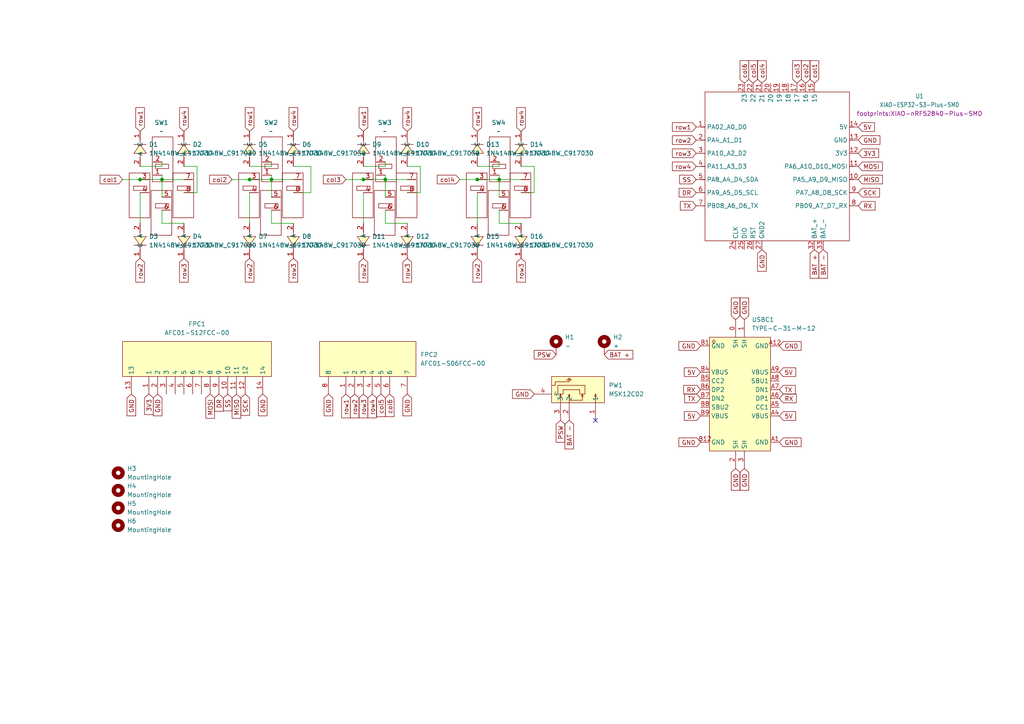
<source format=kicad_sch>
(kicad_sch (version 20250114) (generator "eeschema") (generator_version "9.0")
  (paper "A4")
  (lib_symbols
    (symbol "D2FC_F_7N:mouse-switch-cluster"
      (property "Reference" "SW" (at -2.286 -2.032 0))
      (symbol "mouse-switch-cluster_0_1"
        (rectangle (start -8.255 -1.905) (end -4.445 -3.175))
        (rectangle (start -3.525 1.905) (end -9.525 -11.095))
        (rectangle (start -2.825 12.365) (end 3.175 -0.635))
        (rectangle (start -1.905 -6.985) (end 1.905 -8.255))
        (rectangle (start 1.905 3.175) (end -1.905 4.445))
        (rectangle (start 2.825 -3.175) (end -3.175 -16.175))
        (rectangle (start 4.445 -1.905) (end 8.255 -3.175))
        (rectangle (start 9.175 1.905) (end 3.175 -11.095))
      )
      (symbol "mouse-switch-cluster_1_1"
        (pin free line (at -6.35 0 0) (length 2.54) (name "") (number "3"))
        (pin free line (at -6.35 -3.81 0) (length 2.54) (name "") (number "4"))
        (pin free line (at 0 5.08 180) (length 2.54) (name "") (number "2"))
        (pin free line (at 0 1.27 180) (length 2.54) (name "") (number "1"))
        (pin free line (at 0 -5.08 0) (length 2.54) (name "") (number "5"))
        (pin free line (at 0 -8.89 0) (length 2.54) (name "") (number "6"))
        (pin free line (at 6.35 0 0) (length 2.54) (name "") (number "7"))
        (pin free line (at 6.35 -3.81 0) (length 2.54) (name "") (number "8"))
      )
    )
    (symbol "Mechanical:MountingHole" (pin_names (offset 1.016)) (in_bom no)
      (property "Reference" "H" (at 0 5.08 0))
      (property "Value" "MountingHole" (at 0 3.175 0))
      (symbol "MountingHole_0_1"
        (circle (center 0 0) (radius 1.27) (stroke (width 1.27)))
      )
    )
    (symbol "Mechanical:MountingHole_Pad" (pin_numbers (hide yes)) (pin_names (offset 1.016) (hide yes)) (in_bom no)
      (property "Reference" "H" (at 0 6.35 0))
      (property "Value" "MountingHole_Pad" (at 0 4.445 0))
      (symbol "MountingHole_Pad_0_1"
        (circle (center 0 1.27) (radius 1.27) (stroke (width 1.27)))
      )
      (symbol "MountingHole_Pad_1_1"
        (pin input line (at 0 -2.54 90) (length 2.54) (name "1") (number "1"))
      )
    )
    (symbol "easyeda2kicad:1N4148W_C917030"
      (property "Reference" "D" (at 0 5.08 0))
      (property "Value" "1N4148W_C917030" (at 0 -5.08 0))
      (symbol "1N4148W_C917030_0_1"
        (polyline (pts (xy -1.27 1.78) (xy -1.27 -1.78)))
        (polyline (pts (xy -1.27 0) (xy -2.54 0)))
        (polyline (pts (xy 1.27 1.78) (xy -1.27 0) (xy 1.27 -1.78) (xy 1.27 1.78)) (fill (type background)))
        (polyline (pts (xy 2.54 0) (xy 1.27 0)))
        (pin unspecified line (at -5.08 0 0) (length 2.54) (name "C") (number "1"))
        (pin unspecified line (at 5.08 0 180) (length 2.54) (name "A") (number "2"))
      )
    )
    (symbol "easyeda2kicad:AFC01-S06FCC-00"
      (property "Reference" "FPC" (at 0 16.51 0))
      (property "Value" "AFC01-S06FCC-00" (at 0 -16.51 0))
      (symbol "AFC01-S06FCC-00_0_1"
        (rectangle (start -2.54 13.97) (end 7.62 -13.97) (fill (type background)))
        (pin unspecified line (at -7.62 11.43 0) (length 5.08) (name "8") (number "8"))
        (pin unspecified line (at -7.62 6.35 0) (length 5.08) (name "1") (number "1"))
        (pin unspecified line (at -7.62 3.81 0) (length 5.08) (name "2") (number "2"))
        (pin unspecified line (at -7.62 1.27 0) (length 5.08) (name "3") (number "3"))
        (pin unspecified line (at -7.62 -1.27 0) (length 5.08) (name "4") (number "4"))
        (pin unspecified line (at -7.62 -3.81 0) (length 5.08) (name "5") (number "5"))
        (pin unspecified line (at -7.62 -6.35 0) (length 5.08) (name "6") (number "6"))
        (pin unspecified line (at -7.62 -11.43 0) (length 5.08) (name "7") (number "7"))
      )
    )
    (symbol "easyeda2kicad:AFC01-S12FCC-00"
      (property "Reference" "FPC" (at 0 24.13 0))
      (property "Value" "AFC01-S12FCC-00" (at 0 -24.13 0))
      (symbol "AFC01-S12FCC-00_0_1"
        (rectangle (start -2.54 21.59) (end 7.62 -21.59) (fill (type background)))
        (pin unspecified line (at -7.62 19.05 0) (length 5.08) (name "13") (number "13"))
        (pin unspecified line (at -7.62 13.97 0) (length 5.08) (name "1") (number "1"))
        (pin unspecified line (at -7.62 11.43 0) (length 5.08) (name "2") (number "2"))
        (pin unspecified line (at -7.62 8.89 0) (length 5.08) (name "3") (number "3"))
        (pin unspecified line (at -7.62 6.35 0) (length 5.08) (name "4") (number "4"))
        (pin unspecified line (at -7.62 3.81 0) (length 5.08) (name "5") (number "5"))
        (pin unspecified line (at -7.62 1.27 0) (length 5.08) (name "6") (number "6"))
        (pin unspecified line (at -7.62 -1.27 0) (length 5.08) (name "7") (number "7"))
        (pin unspecified line (at -7.62 -3.81 0) (length 5.08) (name "8") (number "8"))
        (pin unspecified line (at -7.62 -6.35 0) (length 5.08) (name "9") (number "9"))
        (pin unspecified line (at -7.62 -8.89 0) (length 5.08) (name "10") (number "10"))
        (pin unspecified line (at -7.62 -11.43 0) (length 5.08) (name "11") (number "11"))
        (pin unspecified line (at -7.62 -13.97 0) (length 5.08) (name "12") (number "12"))
        (pin unspecified line (at -7.62 -19.05 0) (length 5.08) (name "14") (number "14"))
      )
    )
    (symbol "easyeda2kicad:MSK12C02"
      (property "Reference" "SW" (at 0 12.7 0))
      (property "Value" "MSK12C02" (at 0 -5.08 0))
      (symbol "MSK12C02_0_1"
        (rectangle (start -7.62 2.54) (end 7.62 -5.08) (fill (type background)))
        (polyline (pts (xy -5.08 2.54) (xy -5.08 0.76)))
        (polyline (pts (xy -5.08 0.76) (xy -5.08 0)))
        (polyline (pts (xy -5.08 0) (xy -5.33 0.76)))
        (polyline (pts (xy -5.08 0) (xy -4.83 0.76)))
        (polyline (pts (xy -1.78 0) (xy -0.51 0) (xy -0.51 -1.27) (xy 4.32 -1.27) (xy 4.32 0) (xy 5.84 0) (xy 5.84 -2.54) (xy -2.03 -2.54) (xy -2.03 0) (xy -1.78 0)) (fill (type background)))
        (polyline (pts (xy -1.27 0) (xy -1.52 0.76)))
        (polyline (pts (xy 1.78 -4.06) (xy 3.3 -4.06)))
        (polyline (pts (xy 2.03 -4.32) (xy 3.05 -4.32)))
        (polyline (pts (xy 2.29 -4.57) (xy 2.79 -4.57)))
        (polyline (pts (xy 2.54 2.54) (xy 2.54 0.76)))
        (polyline (pts (xy 2.54 1.78) (xy -1.27 1.78) (xy -1.27 0) (xy -1.02 0.76)))
        (polyline (pts (xy 2.54 0.76) (xy 2.54 0)))
        (polyline (pts (xy 2.54 0) (xy 2.29 0.76)))
        (polyline (pts (xy 2.54 0) (xy 2.79 0.76)))
        (polyline (pts (xy 5.08 2.54) (xy 5.08 0) (xy 5.33 0.76)))
        (polyline (pts (xy 5.08 0) (xy 4.83 0.76)))
        (polyline (pts (xy 7.62 -2.54) (xy 6.6 -2.54) (xy 6.6 -3.56) (xy 2.54 -3.56) (xy 2.54 -4.06)))
        (pin unspecified line (at -5.08 7.62 270) (length 5.08) (name "1") (number "1"))
        (pin unspecified line (at 2.54 7.62 270) (length 5.08) (name "2") (number "2"))
        (pin unspecified line (at 5.08 7.62 270) (length 5.08) (name "3") (number "3"))
        (pin unspecified line (at 12.7 0 180) (length 5.08) (name "4") (number "4"))
      )
    )
    (symbol "easyeda2kicad:TYPE-C-31-M-12"
      (property "Reference" "USBC" (at 0 26.67 0))
      (property "Value" "TYPE-C-31-M-12" (at 0 -26.67 0))
      (symbol "TYPE-C-31-M-12_0_1"
        (rectangle (start -8.89 16.51) (end 8.89 -16.51) (fill (type background)))
        (circle (center -7.62 15.24) (radius 0.38))
        (pin unspecified line (at -11.43 13.97 0) (length 2.54) (name "GND") (number "B1"))
        (pin unspecified line (at -11.43 6.35 0) (length 2.54) (name "VBUS") (number "B4"))
        (pin unspecified line (at -11.43 3.81 0) (length 2.54) (name "CC2") (number "B5"))
        (pin unspecified line (at -11.43 1.27 0) (length 2.54) (name "DP2") (number "B6"))
        (pin unspecified line (at -11.43 -1.27 0) (length 2.54) (name "DN2") (number "B7"))
        (pin unspecified line (at -11.43 -3.81 0) (length 2.54) (name "SBU2") (number "B8"))
        (pin unspecified line (at -11.43 -6.35 0) (length 2.54) (name "VBUS") (number "B9"))
        (pin unspecified line (at -11.43 -13.97 0) (length 2.54) (name "GND") (number "B12"))
        (pin unspecified line (at -1.27 21.59 270) (length 5.08) (name "SH") (number "0"))
        (pin unspecified line (at -1.27 -21.59 90) (length 5.08) (name "SH") (number "2"))
        (pin unspecified line (at 1.27 21.59 270) (length 5.08) (name "SH") (number "1"))
        (pin unspecified line (at 1.27 -21.59 90) (length 5.08) (name "SH") (number "3"))
        (pin unspecified line (at 11.43 13.97 180) (length 2.54) (name "GND") (number "A12"))
        (pin unspecified line (at 11.43 6.35 180) (length 2.54) (name "VBUS") (number "A9"))
        (pin unspecified line (at 11.43 3.81 180) (length 2.54) (name "SBU1") (number "A8"))
        (pin unspecified line (at 11.43 1.27 180) (length 2.54) (name "DN1") (number "A7"))
        (pin unspecified line (at 11.43 -1.27 180) (length 2.54) (name "DP1") (number "A6"))
        (pin unspecified line (at 11.43 -3.81 180) (length 2.54) (name "CC1") (number "A5"))
        (pin unspecified line (at 11.43 -6.35 180) (length 2.54) (name "VBUS") (number "A4"))
        (pin unspecified line (at 11.43 -13.97 180) (length 2.54) (name "GND") (number "A1"))
      )
    )
    (symbol "xiao-esp32-s3-plus-smd:XIAO-ESP32-S3-Plus-SMD"
      (property "Reference" "U1" (at 34.29 17.7486 0))
      (property "Value" "XIAO-ESP32-S3-Plus-SMD" (at 34.29 15.2086 0))
      (property "Footprint" "footprints:XIAO-nRF52840-Plus-SMD" (at 0 0 0))
      (symbol "XIAO-ESP32-S3-Plus-SMD_0_1"
        (rectangle (start -21.59 21.59) (end 20.32 -21.59))
      )
      (symbol "XIAO-ESP32-S3-Plus-SMD_1_0"
        (polyline (pts (xy -21.59 11.43) (xy -22.86 11.43)) (stroke (width 0.1524)))
        (polyline (pts (xy -21.59 7.62) (xy -22.86 7.62)) (stroke (width 0.1524)))
        (polyline (pts (xy -21.59 3.81) (xy -22.86 3.81)) (stroke (width 0.1524)))
        (polyline (pts (xy -21.59 0) (xy -22.86 0)) (stroke (width 0.1524)))
        (polyline (pts (xy -21.59 -3.81) (xy -22.86 -3.81)) (stroke (width 0.1524)))
        (polyline (pts (xy -21.59 -7.62) (xy -22.86 -7.62)) (stroke (width 0.1524)))
        (polyline (pts (xy -21.59 -11.43) (xy -22.86 -11.43)) (stroke (width 0.1524)))
        (polyline (pts (xy 21.59 11.43) (xy 20.32 11.43)) (stroke (width 0.1524)))
        (polyline (pts (xy 21.59 7.62) (xy 20.32 7.62)) (stroke (width 0.1524)))
        (polyline (pts (xy 21.59 3.81) (xy 20.32 3.81)) (stroke (width 0.1524)))
        (polyline (pts (xy 21.59 0) (xy 20.32 0)) (stroke (width 0.1524)))
        (polyline (pts (xy 21.59 -3.81) (xy 20.32 -3.81)) (stroke (width 0.1524)))
        (polyline (pts (xy 21.59 -7.62) (xy 20.32 -7.62)) (stroke (width 0.1524)))
        (polyline (pts (xy 21.59 -11.43) (xy 20.32 -11.43)) (stroke (width 0.1524)))
        (pin passive line (at -24.13 11.43 0) (length 2.54) (name "PA02_A0_D0") (number "1"))
        (pin passive line (at -24.13 7.62 0) (length 2.54) (name "PA4_A1_D1") (number "2"))
        (pin passive line (at -24.13 3.81 0) (length 2.54) (name "PA10_A2_D2") (number "3"))
        (pin passive line (at -24.13 0 0) (length 2.54) (name "PA11_A3_D3") (number "4"))
        (pin passive line (at -24.13 -3.81 0) (length 2.54) (name "PA8_A4_D4_SDA") (number "5"))
        (pin passive line (at -24.13 -7.62 0) (length 2.54) (name "PA9_A5_D5_SCL") (number "6"))
        (pin passive line (at -24.13 -11.43 0) (length 2.54) (name "PB08_A6_D6_TX") (number "7"))
        (pin passive line (at 22.86 11.43 180) (length 2.54) (name "5V") (number "14"))
        (pin passive line (at 22.86 7.62 180) (length 2.54) (name "GND") (number "13"))
        (pin passive line (at 22.86 3.81 180) (length 2.54) (name "3V3") (number "12"))
        (pin passive line (at 22.86 0 180) (length 2.54) (name "PA6_A10_D10_MOSI") (number "11"))
        (pin passive line (at 22.86 -3.81 180) (length 2.54) (name "PA5_A9_D9_MISO") (number "10"))
        (pin passive line (at 22.86 -7.62 180) (length 2.54) (name "PA7_A8_D8_SCK") (number "9"))
        (pin passive line (at 22.86 -11.43 180) (length 2.54) (name "PB09_A7_D7_RX") (number "8"))
      )
      (symbol "XIAO-ESP32-S3-Plus-SMD_1_1"
        (pin passive line (at -12.7 -24.13 90) (length 2.54) (name "CLK") (number "24"))
        (pin passive line (at -10.16 24.13 270) (length 2.54) (name "23") (number "23"))
        (pin passive line (at -10.16 -24.13 90) (length 2.54) (name "DIO") (number "25"))
        (pin passive line (at -7.62 24.13 270) (length 2.54) (name "22") (number "22"))
        (pin passive line (at -7.62 -24.13 90) (length 2.54) (name "RST") (number "26"))
        (pin passive line (at -5.08 24.13 270) (length 2.54) (name "21") (number "21"))
        (pin passive line (at -5.08 -24.13 90) (length 2.54) (name "GND2") (number "27"))
        (pin passive line (at -2.54 24.13 270) (length 2.54) (name "20") (number "20"))
        (pin passive line (at 0 24.13 270) (length 2.54) (name "19") (number "19"))
        (pin passive line (at 2.54 24.13 270) (length 2.54) (name "18") (number "18"))
        (pin passive line (at 5.08 24.13 270) (length 2.54) (name "17") (number "17"))
        (pin passive line (at 7.62 24.13 270) (length 2.54) (name "16") (number "16"))
        (pin passive line (at 10.16 24.13 270) (length 2.54) (name "15") (number "15"))
        (pin passive line (at 10.16 -24.13 90) (length 2.54) (name "BAT_+") (number "32"))
        (pin passive line (at 12.7 -24.13 90) (length 2.54) (name "BAT_-") (number "33"))
      )
    )
  )
  (junction (at 138.43 52.07))
  (junction (at 78.74 52.07))
  (junction (at 40.64 52.07))
  (junction (at 144.78 52.07))
  (junction (at 72.39 52.07))
  (junction (at 46.99 52.07))
  (junction (at 105.41 52.07))
  (junction (at 111.76 52.07))
  (no_connect (at 172.72 121.92))
  (wire (pts (xy 118.11 55.88) (xy 121.92 55.88)))
  (wire (pts (xy 46.99 52.07) (xy 46.99 57.15)))
  (wire (pts (xy 144.78 50.8) (xy 144.78 52.07)))
  (wire (pts (xy 105.41 52.07) (xy 100.33 52.07)))
  (wire (pts (xy 57.15 55.88) (xy 57.15 48.26)))
  (wire (pts (xy 46.99 52.07) (xy 40.64 52.07)))
  (wire (pts (xy 53.34 52.07) (xy 46.99 52.07)))
  (wire (pts (xy 144.78 64.77) (xy 151.13 64.77)))
  (wire (pts (xy 138.43 55.88) (xy 138.43 64.77)))
  (wire (pts (xy 144.78 48.26) (xy 138.43 48.26)))
  (wire (pts (xy 111.76 50.8) (xy 111.76 52.07)))
  (wire (pts (xy 90.17 48.26) (xy 85.09 48.26)))
  (wire (pts (xy 46.99 64.77) (xy 53.34 64.77)))
  (wire (pts (xy 78.74 52.07) (xy 72.39 52.07)))
  (wire (pts (xy 111.76 46.99) (xy 111.76 48.26)))
  (wire (pts (xy 154.94 48.26) (xy 151.13 48.26)))
  (wire (pts (xy 78.74 64.77) (xy 85.09 64.77)))
  (wire (pts (xy 154.94 55.88) (xy 154.94 48.26)))
  (wire (pts (xy 78.74 46.99) (xy 78.74 48.26)))
  (wire (pts (xy 40.64 55.88) (xy 40.64 64.77)))
  (wire (pts (xy 111.76 52.07) (xy 111.76 57.15)))
  (wire (pts (xy 40.64 52.07) (xy 35.56 52.07)))
  (wire (pts (xy 144.78 52.07) (xy 144.78 57.15)))
  (wire (pts (xy 151.13 55.88) (xy 154.94 55.88)))
  (wire (pts (xy 46.99 48.26) (xy 40.64 48.26)))
  (wire (pts (xy 78.74 48.26) (xy 72.39 48.26)))
  (wire (pts (xy 111.76 64.77) (xy 118.11 64.77)))
  (wire (pts (xy 78.74 52.07) (xy 78.74 57.15)))
  (wire (pts (xy 78.74 60.96) (xy 78.74 64.77)))
  (wire (pts (xy 111.76 48.26) (xy 105.41 48.26)))
  (wire (pts (xy 121.92 48.26) (xy 118.11 48.26)))
  (wire (pts (xy 85.09 52.07) (xy 78.74 52.07)))
  (wire (pts (xy 72.39 55.88) (xy 72.39 64.77)))
  (wire (pts (xy 144.78 46.99) (xy 144.78 48.26)))
  (wire (pts (xy 144.78 52.07) (xy 138.43 52.07)))
  (wire (pts (xy 46.99 60.96) (xy 46.99 64.77)))
  (wire (pts (xy 78.74 50.8) (xy 78.74 52.07)))
  (wire (pts (xy 90.17 55.88) (xy 90.17 48.26)))
  (wire (pts (xy 46.99 46.99) (xy 46.99 48.26)))
  (wire (pts (xy 105.41 55.88) (xy 105.41 64.77)))
  (wire (pts (xy 53.34 55.88) (xy 57.15 55.88)))
  (wire (pts (xy 144.78 60.96) (xy 144.78 64.77)))
  (wire (pts (xy 111.76 52.07) (xy 105.41 52.07)))
  (wire (pts (xy 111.76 60.96) (xy 111.76 64.77)))
  (wire (pts (xy 121.92 55.88) (xy 121.92 48.26)))
  (wire (pts (xy 46.99 50.8) (xy 46.99 52.07)))
  (wire (pts (xy 85.09 55.88) (xy 90.17 55.88)))
  (wire (pts (xy 111.76 52.07) (xy 118.11 52.07)))
  (wire (pts (xy 72.39 52.07) (xy 67.31 52.07)))
  (wire (pts (xy 144.78 52.07) (xy 151.13 52.07)))
  (wire (pts (xy 138.43 52.07) (xy 133.35 52.07)))
  (wire (pts (xy 57.15 48.26) (xy 53.34 48.26)))
  (global_label "GND" (shape input) (at 76.2 114.3 270) (property "Intersheetrefs" "${INTERSHEET_REFS}" (effects (hide yes))))
  (global_label "row1" (shape input) (at 40.64 38.1 90) (property "Intersheetrefs" "${INTERSHEET_REFS}" (effects (hide yes))))
  (global_label "5V" (shape input) (at 203.2 120.65 180) (property "Intersheetrefs" "${INTERSHEET_REFS}" (effects (hide yes))))
  (global_label "col4" (shape input) (at 220.98 24.13 90) (property "Intersheetrefs" "${INTERSHEET_REFS}" (effects (hide yes))))
  (global_label "SCK" (shape input) (at 71.12 114.3 270) (property "Intersheetrefs" "${INTERSHEET_REFS}" (effects (hide yes))))
  (global_label "GND" (shape input) (at 38.1 114.3 270) (property "Intersheetrefs" "${INTERSHEET_REFS}" (effects (hide yes))))
  (global_label "row4" (shape input) (at 85.09 38.1 90) (property "Intersheetrefs" "${INTERSHEET_REFS}" (effects (hide yes))))
  (global_label "row1" (shape input) (at 105.41 38.1 90) (property "Intersheetrefs" "${INTERSHEET_REFS}" (effects (hide yes))))
  (global_label "row4" (shape input) (at 151.13 38.1 90) (property "Intersheetrefs" "${INTERSHEET_REFS}" (effects (hide yes))))
  (global_label "MISO" (shape input) (at 68.58 114.3 270) (property "Intersheetrefs" "${INTERSHEET_REFS}" (effects (hide yes))))
  (global_label "row1" (shape input) (at 138.43 38.1 90) (property "Intersheetrefs" "${INTERSHEET_REFS}" (effects (hide yes))))
  (global_label "row4" (shape input) (at 118.11 38.1 90) (property "Intersheetrefs" "${INTERSHEET_REFS}" (effects (hide yes))))
  (global_label "GND" (shape input) (at 226.06 100.33 0) (property "Intersheetrefs" "${INTERSHEET_REFS}" (effects (hide yes))))
  (global_label "RX" (shape input) (at 248.92 59.69 0) (property "Intersheetrefs" "${INTERSHEET_REFS}" (effects (hide yes))))
  (global_label "DR" (shape input) (at 201.93 55.88 180) (property "Intersheetrefs" "${INTERSHEET_REFS}" (effects (hide yes))))
  (global_label "5V" (shape input) (at 226.06 120.65 0) (property "Intersheetrefs" "${INTERSHEET_REFS}" (effects (hide yes))))
  (global_label "GND" (shape input) (at 203.2 128.27 180) (property "Intersheetrefs" "${INTERSHEET_REFS}" (effects (hide yes))))
  (global_label "col3" (shape input) (at 100.33 52.07 180) (property "Intersheetrefs" "${INTERSHEET_REFS}" (effects (hide yes))))
  (global_label "row2" (shape input) (at 138.43 74.93 270) (property "Intersheetrefs" "${INTERSHEET_REFS}" (effects (hide yes))))
  (global_label "BAT +" (shape input) (at 236.22 72.39 270) (property "Intersheetrefs" "${INTERSHEET_REFS}" (effects (hide yes))))
  (global_label "SS" (shape input) (at 201.93 52.07 180) (property "Intersheetrefs" "${INTERSHEET_REFS}" (effects (hide yes))))
  (global_label "GND" (shape input) (at 203.2 100.33 180) (property "Intersheetrefs" "${INTERSHEET_REFS}" (effects (hide yes))))
  (global_label "col6" (shape input) (at 215.9 24.13 90) (property "Intersheetrefs" "${INTERSHEET_REFS}" (effects (hide yes))))
  (global_label "col3" (shape input) (at 231.14 24.13 90) (property "Intersheetrefs" "${INTERSHEET_REFS}" (effects (hide yes))))
  (global_label "MOSI" (shape input) (at 60.96 114.3 270) (property "Intersheetrefs" "${INTERSHEET_REFS}" (effects (hide yes))))
  (global_label "RX" (shape input) (at 203.2 113.03 180) (property "Intersheetrefs" "${INTERSHEET_REFS}" (effects (hide yes))))
  (global_label "col2" (shape input) (at 67.31 52.07 180) (property "Intersheetrefs" "${INTERSHEET_REFS}" (effects (hide yes))))
  (global_label "col2" (shape input) (at 233.68 24.13 90) (property "Intersheetrefs" "${INTERSHEET_REFS}" (effects (hide yes))))
  (global_label "row1" (shape input) (at 100.33 114.3 270) (property "Intersheetrefs" "${INTERSHEET_REFS}" (effects (hide yes))))
  (global_label "row3" (shape input) (at 53.34 74.93 270) (property "Intersheetrefs" "${INTERSHEET_REFS}" (effects (hide yes))))
  (global_label "3V3" (shape input) (at 43.18 114.3 270) (property "Intersheetrefs" "${INTERSHEET_REFS}" (effects (hide yes))))
  (global_label "row4" (shape input) (at 53.34 38.1 90) (property "Intersheetrefs" "${INTERSHEET_REFS}" (effects (hide yes))))
  (global_label "col5" (shape input) (at 218.44 24.13 90) (property "Intersheetrefs" "${INTERSHEET_REFS}" (effects (hide yes))))
  (global_label "GND" (shape input) (at 213.36 135.89 270) (property "Intersheetrefs" "${INTERSHEET_REFS}" (effects (hide yes))))
  (global_label "PSW" (shape input) (at 162.56 121.92 270) (property "Intersheetrefs" "${INTERSHEET_REFS}" (effects (hide yes))))
  (global_label "TX" (shape input) (at 201.93 59.69 180) (property "Intersheetrefs" "${INTERSHEET_REFS}" (effects (hide yes))))
  (global_label "BAT -" (shape input) (at 238.76 72.39 270) (property "Intersheetrefs" "${INTERSHEET_REFS}" (effects (hide yes))))
  (global_label "row3" (shape input) (at 105.41 114.3 270) (property "Intersheetrefs" "${INTERSHEET_REFS}" (effects (hide yes))))
  (global_label "row2" (shape input) (at 72.39 74.93 270) (property "Intersheetrefs" "${INTERSHEET_REFS}" (effects (hide yes))))
  (global_label "row3" (shape input) (at 118.11 74.93 270) (property "Intersheetrefs" "${INTERSHEET_REFS}" (effects (hide yes))))
  (global_label "row3" (shape input) (at 85.09 74.93 270) (property "Intersheetrefs" "${INTERSHEET_REFS}" (effects (hide yes))))
  (global_label "GND" (shape input) (at 118.11 114.3 270) (property "Intersheetrefs" "${INTERSHEET_REFS}" (effects (hide yes))))
  (global_label "TX" (shape input) (at 226.06 113.03 0) (property "Intersheetrefs" "${INTERSHEET_REFS}" (effects (hide yes))))
  (global_label "MISO" (shape input) (at 248.92 52.07 0) (property "Intersheetrefs" "${INTERSHEET_REFS}" (effects (hide yes))))
  (global_label "5V" (shape input) (at 226.06 107.95 0) (property "Intersheetrefs" "${INTERSHEET_REFS}" (effects (hide yes))))
  (global_label "row4" (shape input) (at 107.95 114.3 270) (property "Intersheetrefs" "${INTERSHEET_REFS}" (effects (hide yes))))
  (global_label "GND" (shape input) (at 213.36 92.71 90) (property "Intersheetrefs" "${INTERSHEET_REFS}" (effects (hide yes))))
  (global_label "row4" (shape input) (at 201.93 48.26 180) (property "Intersheetrefs" "${INTERSHEET_REFS}" (effects (hide yes))))
  (global_label "row3" (shape input) (at 151.13 74.93 270) (property "Intersheetrefs" "${INTERSHEET_REFS}" (effects (hide yes))))
  (global_label "col4" (shape input) (at 133.35 52.07 180) (property "Intersheetrefs" "${INTERSHEET_REFS}" (effects (hide yes))))
  (global_label "5V" (shape input) (at 248.92 36.83 0) (property "Intersheetrefs" "${INTERSHEET_REFS}" (effects (hide yes))))
  (global_label "col1" (shape input) (at 35.56 52.07 180) (property "Intersheetrefs" "${INTERSHEET_REFS}" (effects (hide yes))))
  (global_label "col1" (shape input) (at 236.22 24.13 90) (property "Intersheetrefs" "${INTERSHEET_REFS}" (effects (hide yes))))
  (global_label "GND" (shape input) (at 215.9 92.71 90) (property "Intersheetrefs" "${INTERSHEET_REFS}" (effects (hide yes))))
  (global_label "row2" (shape input) (at 201.93 40.64 180) (property "Intersheetrefs" "${INTERSHEET_REFS}" (effects (hide yes))))
  (global_label "RX" (shape input) (at 226.06 115.57 0) (property "Intersheetrefs" "${INTERSHEET_REFS}" (effects (hide yes))))
  (global_label "PSW" (shape input) (at 161.29 102.87 180) (property "Intersheetrefs" "${INTERSHEET_REFS}" (effects (hide yes))))
  (global_label "GND" (shape input) (at 154.94 114.3 180) (property "Intersheetrefs" "${INTERSHEET_REFS}" (effects (hide yes))))
  (global_label "SS" (shape input) (at 66.04 114.3 270) (property "Intersheetrefs" "${INTERSHEET_REFS}" (effects (hide yes))))
  (global_label "col5" (shape input) (at 110.49 114.3 270) (property "Intersheetrefs" "${INTERSHEET_REFS}" (effects (hide yes))))
  (global_label "DR" (shape input) (at 63.5 114.3 270) (property "Intersheetrefs" "${INTERSHEET_REFS}" (effects (hide yes))))
  (global_label "row3" (shape input) (at 201.93 44.45 180) (property "Intersheetrefs" "${INTERSHEET_REFS}" (effects (hide yes))))
  (global_label "BAT +" (shape input) (at 175.26 102.87 0) (property "Intersheetrefs" "${INTERSHEET_REFS}" (effects (hide yes))))
  (global_label "GND" (shape input) (at 95.25 114.3 270) (property "Intersheetrefs" "${INTERSHEET_REFS}" (effects (hide yes))))
  (global_label "5V" (shape input) (at 203.2 107.95 180) (property "Intersheetrefs" "${INTERSHEET_REFS}" (effects (hide yes))))
  (global_label "row2" (shape input) (at 105.41 74.93 270) (property "Intersheetrefs" "${INTERSHEET_REFS}" (effects (hide yes))))
  (global_label "row2" (shape input) (at 102.87 114.3 270) (property "Intersheetrefs" "${INTERSHEET_REFS}" (effects (hide yes))))
  (global_label "SCK" (shape input) (at 248.92 55.88 0) (property "Intersheetrefs" "${INTERSHEET_REFS}" (effects (hide yes))))
  (global_label "row1" (shape input) (at 72.39 38.1 90) (property "Intersheetrefs" "${INTERSHEET_REFS}" (effects (hide yes))))
  (global_label "col6" (shape input) (at 113.03 114.3 270) (property "Intersheetrefs" "${INTERSHEET_REFS}" (effects (hide yes))))
  (global_label "GND" (shape input) (at 45.72 114.3 270) (property "Intersheetrefs" "${INTERSHEET_REFS}" (effects (hide yes))))
  (global_label "MOSI" (shape input) (at 248.92 48.26 0) (property "Intersheetrefs" "${INTERSHEET_REFS}" (effects (hide yes))))
  (global_label "GND" (shape input) (at 226.06 128.27 0) (property "Intersheetrefs" "${INTERSHEET_REFS}" (effects (hide yes))))
  (global_label "GND" (shape input) (at 215.9 135.89 270) (property "Intersheetrefs" "${INTERSHEET_REFS}" (effects (hide yes))))
  (global_label "BAT -" (shape input) (at 165.1 121.92 270) (property "Intersheetrefs" "${INTERSHEET_REFS}" (effects (hide yes))))
  (global_label "TX" (shape input) (at 203.2 115.57 180) (property "Intersheetrefs" "${INTERSHEET_REFS}" (effects (hide yes))))
  (global_label "3V3" (shape input) (at 248.92 44.45 0) (property "Intersheetrefs" "${INTERSHEET_REFS}" (effects (hide yes))))
  (global_label "row2" (shape input) (at 40.64 74.93 270) (property "Intersheetrefs" "${INTERSHEET_REFS}" (effects (hide yes))))
  (global_label "row1" (shape input) (at 201.93 36.83 180) (property "Intersheetrefs" "${INTERSHEET_REFS}" (effects (hide yes))))
  (global_label "GND" (shape input) (at 220.98 72.39 270) (property "Intersheetrefs" "${INTERSHEET_REFS}" (effects (hide yes))))
  (global_label "GND" (shape input) (at 248.92 40.64 0) (property "Intersheetrefs" "${INTERSHEET_REFS}" (effects (hide yes))))
  (symbol (lib_id "easyeda2kicad:AFC01-S06FCC-00") (at 106.68 106.68 90) (unit 1)
    (property "Reference" "FPC2" (at 121.92 102.8699 90) (effects (justify right)))
    (property "Value" "AFC01-S06FCC-00" (at 121.92 105.4099 90) (effects (justify right)))
    (property "Footprint" "easyeda2kicad:FPC-SMD_AFC01-S06FCC-00" (effects (hide yes)))
    (property "Datasheet" "https://lcsc.com/product-detail/Others_JUSHUO-AFC01-S06FCC-00_C262262.html" (effects (hide yes)))
    (property "LCSC Part" "C262262" (effects (hide yes)))
  )
  (symbol (lib_id "easyeda2kicad:1N4148W_C917030") (at 105.41 43.18 270) (unit 1)
    (property "Reference" "D9" (at 107.95 41.9099 90) (effects (justify left)))
    (property "Value" "1N4148W_C917030" (at 107.95 44.4499 90) (effects (justify left)))
    (property "Footprint" "easyeda2kicad:SOD-123_L2.8-W1.8-LS3.7-RD-1" (effects (hide yes)))
    (property "Datasheet" "https://lcsc.com/product-detail/Switching-Diode_JSMSEMI-1N4148W_C917030.html" (effects (hide yes)))
    (property "LCSC Part" "C917030" (effects (hide yes)))
  )
  (symbol (lib_id "easyeda2kicad:AFC01-S12FCC-00") (at 57.15 106.68 90) (unit 1)
    (property "Reference" "FPC1" (at 57.15 93.98 90))
    (property "Value" "AFC01-S12FCC-00" (at 57.15 96.52 90))
    (property "Footprint" "easyeda2kicad:FPC-SMD_AFC01-S12FCC-00" (effects (hide yes)))
    (property "Datasheet" "https://lcsc.com/product-detail/Others_JUSHUO-AFC01-S12FCC-00_C262268.html" (effects (hide yes)))
    (property "LCSC Part" "C262268" (effects (hide yes)))
  )
  (symbol (lib_id "easyeda2kicad:1N4148W_C917030") (at 151.13 43.18 270) (unit 1)
    (property "Reference" "D14" (at 153.67 41.9099 90) (effects (justify left)))
    (property "Value" "1N4148W_C917030" (at 153.67 44.4499 90) (effects (justify left)))
    (property "Footprint" "easyeda2kicad:SOD-123_L2.8-W1.8-LS3.7-RD-1" (effects (hide yes)))
    (property "Datasheet" "https://lcsc.com/product-detail/Switching-Diode_JSMSEMI-1N4148W_C917030.html" (effects (hide yes)))
    (property "LCSC Part" "C917030" (effects (hide yes)))
  )
  (symbol (lib_id "easyeda2kicad:TYPE-C-31-M-12") (at 214.63 114.3 0) (unit 1)
    (property "Reference" "USBC1" (at 218.0433 92.71 0) (effects (justify left)))
    (property "Value" "TYPE-C-31-M-12" (at 218.0433 95.25 0) (effects (justify left)))
    (property "Footprint" "easyeda2kicad:USB-C_SMD-TYPE-C-31-M-12" (effects (hide yes)))
    (property "Datasheet" "https://lcsc.com/product-detail/USB-Type-C_Korean-Hroparts-Elec-TYPE-C-31-M-12_C165948.html" (effects (hide yes)))
    (property "LCSC Part" "C165948" (effects (hide yes)))
  )
  (symbol (lib_id "Mechanical:MountingHole") (at 34.29 142.24 0) (unit 1) (in_bom no)
    (property "Reference" "H4" (at 36.83 140.9699 0) (effects (justify left)))
    (property "Value" "MountingHole" (at 36.83 143.5099 0) (effects (justify left)))
    (property "Footprint" "footprints:MountingHole_2.2mm_M2_Pad_Via" (effects (hide yes)))
    (property "Description" "Mounting Hole without connection" (effects (hide yes)))
  )
  (symbol (lib_id "easyeda2kicad:MSK12C02") (at 167.64 114.3 180) (unit 1)
    (property "Reference" "PW1" (at 176.53 111.7599 0) (effects (justify right)))
    (property "Value" "MSK12C02" (at 176.53 114.2999 0) (effects (justify right)))
    (property "Footprint" "easyeda2kicad:SW-TH_MSK12C02" (effects (hide yes)))
    (property "Datasheet" "https://lcsc.com/product-detail/Toggle-Switches_SHOU-HAN-MSK12C02_C431540.html" (effects (hide yes)))
    (property "LCSC Part" "C431540" (effects (hide yes)))
  )
  (symbol (lib_id "easyeda2kicad:1N4148W_C917030") (at 151.13 69.85 90) (unit 1)
    (property "Reference" "D16" (at 153.67 68.5799 90) (effects (justify right)))
    (property "Value" "1N4148W_C917030" (at 153.67 71.1199 90) (effects (justify right)))
    (property "Footprint" "easyeda2kicad:SOD-123_L2.8-W1.8-LS3.7-RD-1" (effects (hide yes)))
    (property "Datasheet" "https://lcsc.com/product-detail/Switching-Diode_JSMSEMI-1N4148W_C917030.html" (effects (hide yes)))
    (property "LCSC Part" "C917030" (effects (hide yes)))
  )
  (symbol (lib_id "Mechanical:MountingHole_Pad") (at 161.29 100.33 0) (unit 1) (in_bom no)
    (property "Reference" "H1" (at 163.83 97.7899 0) (effects (justify left)))
    (property "Value" "-" (at 163.83 100.3299 0) (effects (justify left)))
    (property "Footprint" "footprints:BatteryPad" (effects (hide yes)))
    (property "Description" "Mounting Hole with connection" (effects (hide yes)))
  )
  (symbol (lib_id "easyeda2kicad:1N4148W_C917030") (at 105.41 69.85 90) (unit 1)
    (property "Reference" "D11" (at 107.95 68.5799 90) (effects (justify right)))
    (property "Value" "1N4148W_C917030" (at 107.95 71.1199 90) (effects (justify right)))
    (property "Footprint" "easyeda2kicad:SOD-123_L2.8-W1.8-LS3.7-RD-1" (effects (hide yes)))
    (property "Datasheet" "https://lcsc.com/product-detail/Switching-Diode_JSMSEMI-1N4148W_C917030.html" (effects (hide yes)))
    (property "LCSC Part" "C917030" (effects (hide yes)))
  )
  (symbol (lib_id "Mechanical:MountingHole") (at 34.29 152.4 0) (unit 1) (in_bom no)
    (property "Reference" "H6" (at 36.83 151.1299 0) (effects (justify left)))
    (property "Value" "MountingHole" (at 36.83 153.6699 0) (effects (justify left)))
    (property "Footprint" "footprints:MountingHole_2.2mm_M2_Pad_Via" (effects (hide yes)))
    (property "Description" "Mounting Hole without connection" (effects (hide yes)))
  )
  (symbol (lib_id "easyeda2kicad:1N4148W_C917030") (at 53.34 43.18 270) (unit 1)
    (property "Reference" "D2" (at 55.88 41.9099 90) (effects (justify left)))
    (property "Value" "1N4148W_C917030" (at 55.88 44.4499 90) (effects (justify left)))
    (property "Footprint" "easyeda2kicad:SOD-123_L2.8-W1.8-LS3.7-RD-1" (effects (hide yes)))
    (property "Datasheet" "https://lcsc.com/product-detail/Switching-Diode_JSMSEMI-1N4148W_C917030.html" (effects (hide yes)))
    (property "LCSC Part" "C917030" (effects (hide yes)))
  )
  (symbol (lib_id "easyeda2kicad:1N4148W_C917030") (at 118.11 43.18 270) (unit 1)
    (property "Reference" "D10" (at 120.65 41.9099 90) (effects (justify left)))
    (property "Value" "1N4148W_C917030" (at 120.65 44.4499 90) (effects (justify left)))
    (property "Footprint" "easyeda2kicad:SOD-123_L2.8-W1.8-LS3.7-RD-1" (effects (hide yes)))
    (property "Datasheet" "https://lcsc.com/product-detail/Switching-Diode_JSMSEMI-1N4148W_C917030.html" (effects (hide yes)))
    (property "LCSC Part" "C917030" (effects (hide yes)))
  )
  (symbol (lib_id "easyeda2kicad:1N4148W_C917030") (at 138.43 43.18 270) (unit 1)
    (property "Reference" "D13" (at 140.97 41.9099 90) (effects (justify left)))
    (property "Value" "1N4148W_C917030" (at 140.97 44.4499 90) (effects (justify left)))
    (property "Footprint" "easyeda2kicad:SOD-123_L2.8-W1.8-LS3.7-RD-1" (effects (hide yes)))
    (property "Datasheet" "https://lcsc.com/product-detail/Switching-Diode_JSMSEMI-1N4148W_C917030.html" (effects (hide yes)))
    (property "LCSC Part" "C917030" (effects (hide yes)))
  )
  (symbol (lib_id "easyeda2kicad:1N4148W_C917030") (at 53.34 69.85 90) (unit 1)
    (property "Reference" "D4" (at 55.88 68.5799 90) (effects (justify right)))
    (property "Value" "1N4148W_C917030" (at 55.88 71.1199 90) (effects (justify right)))
    (property "Footprint" "easyeda2kicad:SOD-123_L2.8-W1.8-LS3.7-RD-1" (effects (hide yes)))
    (property "Datasheet" "https://lcsc.com/product-detail/Switching-Diode_JSMSEMI-1N4148W_C917030.html" (effects (hide yes)))
    (property "LCSC Part" "C917030" (effects (hide yes)))
  )
  (symbol (lib_id "D2FC_F_7N:mouse-switch-cluster") (at 46.99 52.07 0) (unit 1)
    (property "Reference" "SW1" (at 46.8475 35.56 0))
    (property "Value" "~" (at 46.8475 38.1 0))
    (property "Footprint" "footprints:mouse-switch-cluster" (effects (hide yes)))
  )
  (symbol (lib_id "easyeda2kicad:1N4148W_C917030") (at 40.64 69.85 90) (unit 1)
    (property "Reference" "D3" (at 43.18 68.5799 90) (effects (justify right)))
    (property "Value" "1N4148W_C917030" (at 43.18 71.1199 90) (effects (justify right)))
    (property "Footprint" "easyeda2kicad:SOD-123_L2.8-W1.8-LS3.7-RD-1" (effects (hide yes)))
    (property "Datasheet" "https://lcsc.com/product-detail/Switching-Diode_JSMSEMI-1N4148W_C917030.html" (effects (hide yes)))
    (property "LCSC Part" "C917030" (effects (hide yes)))
  )
  (symbol (lib_id "easyeda2kicad:1N4148W_C917030") (at 72.39 69.85 90) (unit 1)
    (property "Reference" "D7" (at 74.93 68.5799 90) (effects (justify right)))
    (property "Value" "1N4148W_C917030" (at 74.93 71.1199 90) (effects (justify right)))
    (property "Footprint" "easyeda2kicad:SOD-123_L2.8-W1.8-LS3.7-RD-1" (effects (hide yes)))
    (property "Datasheet" "https://lcsc.com/product-detail/Switching-Diode_JSMSEMI-1N4148W_C917030.html" (effects (hide yes)))
    (property "LCSC Part" "C917030" (effects (hide yes)))
  )
  (symbol (lib_id "easyeda2kicad:1N4148W_C917030") (at 138.43 69.85 90) (unit 1)
    (property "Reference" "D15" (at 140.97 68.5799 90) (effects (justify right)))
    (property "Value" "1N4148W_C917030" (at 140.97 71.1199 90) (effects (justify right)))
    (property "Footprint" "easyeda2kicad:SOD-123_L2.8-W1.8-LS3.7-RD-1" (effects (hide yes)))
    (property "Datasheet" "https://lcsc.com/product-detail/Switching-Diode_JSMSEMI-1N4148W_C917030.html" (effects (hide yes)))
    (property "LCSC Part" "C917030" (effects (hide yes)))
  )
  (symbol (lib_id "D2FC_F_7N:mouse-switch-cluster") (at 111.76 52.07 0) (unit 1)
    (property "Reference" "SW3" (at 111.6175 35.56 0))
    (property "Value" "~" (at 111.6175 38.1 0))
    (property "Footprint" "footprints:mouse-switch-cluster" (effects (hide yes)))
  )
  (symbol (lib_id "easyeda2kicad:1N4148W_C917030") (at 118.11 69.85 90) (unit 1)
    (property "Reference" "D12" (at 120.65 68.5799 90) (effects (justify right)))
    (property "Value" "1N4148W_C917030" (at 120.65 71.1199 90) (effects (justify right)))
    (property "Footprint" "easyeda2kicad:SOD-123_L2.8-W1.8-LS3.7-RD-1" (effects (hide yes)))
    (property "Datasheet" "https://lcsc.com/product-detail/Switching-Diode_JSMSEMI-1N4148W_C917030.html" (effects (hide yes)))
    (property "LCSC Part" "C917030" (effects (hide yes)))
  )
  (symbol (lib_id "xiao-esp32-s3-plus-smd:XIAO-ESP32-S3-Plus-SMD") (at 226.06 48.26 0) (unit 1)
    (property "Reference" "U1" (at 266.7 27.8698 0) (effects (font (size 1.27 1.0795))))
    (property "Value" "XIAO-ESP32-S3-Plus-SMD" (at 266.7 30.4098 0) (effects (font (size 1.27 1.0795))))
    (property "Footprint" "footprints:XIAO-nRF52840-Plus-SMD" (at 266.7 32.9498 0))
  )
  (symbol (lib_id "D2FC_F_7N:mouse-switch-cluster") (at 78.74 52.07 0) (unit 1)
    (property "Reference" "SW2" (at 78.5975 35.56 0))
    (property "Value" "~" (at 78.5975 38.1 0))
    (property "Footprint" "footprints:mouse-switch-cluster" (effects (hide yes)))
  )
  (symbol (lib_id "D2FC_F_7N:mouse-switch-cluster") (at 144.78 52.07 0) (unit 1)
    (property "Reference" "SW4" (at 144.6375 35.56 0))
    (property "Value" "~" (at 144.6375 38.1 0))
    (property "Footprint" "footprints:mouse-switch-cluster" (effects (hide yes)))
  )
  (symbol (lib_id "Mechanical:MountingHole_Pad") (at 175.26 100.33 0) (unit 1) (in_bom no)
    (property "Reference" "H2" (at 177.8 97.7899 0) (effects (justify left)))
    (property "Value" "+" (at 177.8 100.3299 0) (effects (justify left)))
    (property "Footprint" "footprints:BatteryPad" (effects (hide yes)))
    (property "Description" "Mounting Hole with connection" (effects (hide yes)))
  )
  (symbol (lib_id "easyeda2kicad:1N4148W_C917030") (at 40.64 43.18 270) (unit 1)
    (property "Reference" "D1" (at 43.18 41.9099 90) (effects (justify left)))
    (property "Value" "1N4148W_C917030" (at 43.18 44.4499 90) (effects (justify left)))
    (property "Footprint" "easyeda2kicad:SOD-123_L2.8-W1.8-LS3.7-RD-1" (effects (hide yes)))
    (property "Datasheet" "https://lcsc.com/product-detail/Switching-Diode_JSMSEMI-1N4148W_C917030.html" (effects (hide yes)))
    (property "LCSC Part" "C917030" (effects (hide yes)))
  )
  (symbol (lib_id "Mechanical:MountingHole") (at 34.29 147.32 0) (unit 1) (in_bom no)
    (property "Reference" "H5" (at 36.83 146.0499 0) (effects (justify left)))
    (property "Value" "MountingHole" (at 36.83 148.5899 0) (effects (justify left)))
    (property "Footprint" "footprints:MountingHole_2.2mm_M2_Pad_Via" (effects (hide yes)))
    (property "Description" "Mounting Hole without connection" (effects (hide yes)))
  )
  (symbol (lib_id "easyeda2kicad:1N4148W_C917030") (at 72.39 43.18 270) (unit 1)
    (property "Reference" "D5" (at 74.93 41.9099 90) (effects (justify left)))
    (property "Value" "1N4148W_C917030" (at 74.93 44.4499 90) (effects (justify left)))
    (property "Footprint" "easyeda2kicad:SOD-123_L2.8-W1.8-LS3.7-RD-1" (effects (hide yes)))
    (property "Datasheet" "https://lcsc.com/product-detail/Switching-Diode_JSMSEMI-1N4148W_C917030.html" (effects (hide yes)))
    (property "LCSC Part" "C917030" (effects (hide yes)))
  )
  (symbol (lib_id "Mechanical:MountingHole") (at 34.29 137.16 0) (unit 1) (in_bom no)
    (property "Reference" "H3" (at 36.83 135.8899 0) (effects (justify left)))
    (property "Value" "MountingHole" (at 36.83 138.4299 0) (effects (justify left)))
    (property "Footprint" "footprints:MountingHole_2.2mm_M2_Pad_Via" (effects (hide yes)))
    (property "Description" "Mounting Hole without connection" (effects (hide yes)))
  )
  (symbol (lib_id "easyeda2kicad:1N4148W_C917030") (at 85.09 43.18 270) (unit 1)
    (property "Reference" "D6" (at 87.63 41.9099 90) (effects (justify left)))
    (property "Value" "1N4148W_C917030" (at 87.63 44.4499 90) (effects (justify left)))
    (property "Footprint" "easyeda2kicad:SOD-123_L2.8-W1.8-LS3.7-RD-1" (effects (hide yes)))
    (property "Datasheet" "https://lcsc.com/product-detail/Switching-Diode_JSMSEMI-1N4148W_C917030.html" (effects (hide yes)))
    (property "LCSC Part" "C917030" (effects (hide yes)))
  )
  (symbol (lib_id "easyeda2kicad:1N4148W_C917030") (at 85.09 69.85 90) (unit 1)
    (property "Reference" "D8" (at 87.63 68.5799 90) (effects (justify right)))
    (property "Value" "1N4148W_C917030" (at 87.63 71.1199 90) (effects (justify right)))
    (property "Footprint" "easyeda2kicad:SOD-123_L2.8-W1.8-LS3.7-RD-1" (effects (hide yes)))
    (property "Datasheet" "https://lcsc.com/product-detail/Switching-Diode_JSMSEMI-1N4148W_C917030.html" (effects (hide yes)))
    (property "LCSC Part" "C917030" (effects (hide yes)))
  )
)
</source>
